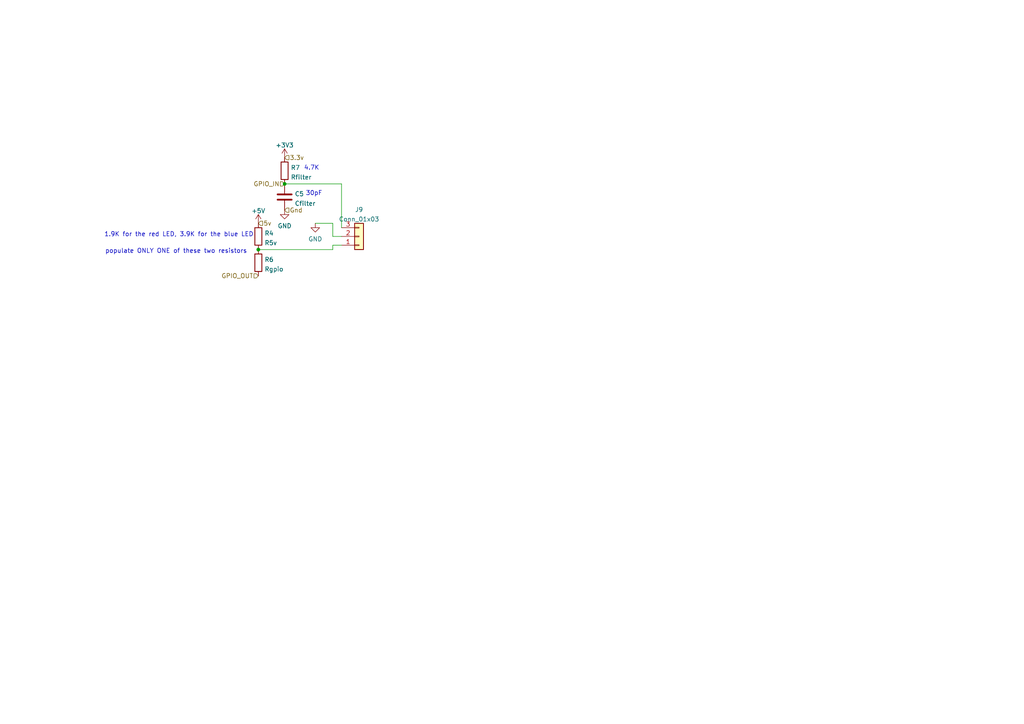
<source format=kicad_sch>
(kicad_sch (version 20211123) (generator eeschema)
  (paper "A4")
  (lib_symbols
    (symbol "Connector_Generic:Conn_01x03" (pin_names (offset 1.016) hide)
      (property "Reference" "J" (at 0 5.08 0))
      (property "Value" "Conn_01x03" (at 0 -5.08 0))
      (symbol "Conn_01x03_1_1"
        (rectangle (start -1.27 -2.413) (end 0 -2.667) (stroke (width 0.1524)))
        (rectangle (start -1.27 0.127) (end 0 -0.127) (stroke (width 0.1524)))
        (rectangle (start -1.27 2.667) (end 0 2.413) (stroke (width 0.1524)))
        (rectangle (start -1.27 3.81) (end 1.27 -3.81) (stroke (width 0.254)) (fill (type background)))
        (pin passive line (at -5.08 2.54 0) (length 3.81) (name "Pin_1") (number "1"))
        (pin passive line (at -5.08 0 0) (length 3.81) (name "Pin_2") (number "2"))
        (pin passive line (at -5.08 -2.54 0) (length 3.81) (name "Pin_3") (number "3"))
      )
    )
    (symbol "Device:C" (pin_numbers hide) (pin_names (offset 0.254))
      (property "Reference" "C" (at 0.635 2.54 0))
      (property "Value" "C" (at 0.635 -2.54 0))
      (symbol "C_0_1"
        (polyline (pts (xy -2.032 -0.762) (xy 2.032 -0.762)) (stroke (width 0.508)))
        (polyline (pts (xy -2.032 0.762) (xy 2.032 0.762)) (stroke (width 0.508)))
      )
      (symbol "C_1_1"
        (pin passive line (at 0 3.81 270) (length 2.794) (name "~") (number "1"))
        (pin passive line (at 0 -3.81 90) (length 2.794) (name "~") (number "2"))
      )
    )
    (symbol "Device:R" (pin_numbers hide) (pin_names (offset 0))
      (property "Reference" "R" (at 2.032 0 90))
      (property "Value" "R" (at 0 0 90))
      (symbol "R_0_1"
        (rectangle (start -1.016 -2.54) (end 1.016 2.54) (stroke (width 0.254)))
      )
      (symbol "R_1_1"
        (pin passive line (at 0 3.81 270) (length 1.27) (name "~") (number "1"))
        (pin passive line (at 0 -3.81 90) (length 1.27) (name "~") (number "2"))
      )
    )
    (symbol "power:+3.3V" (power) (pin_names (offset 0))
      (property "Value" "+3.3V" (at 0 3.556 0))
      (symbol "+3.3V_0_1"
        (polyline (pts (xy -0.762 1.27) (xy 0 2.54)))
        (polyline (pts (xy 0 0) (xy 0 2.54)))
        (polyline (pts (xy 0 2.54) (xy 0.762 1.27)))
      )
      (symbol "+3.3V_1_1"
        (pin power_in line (at 0 0 90) (length 0) hide (name "+3V3") (number "1"))
      )
    )
    (symbol "power:+5V" (power) (pin_names (offset 0))
      (property "Value" "+5V" (at 0 3.556 0))
      (symbol "+5V_0_1"
        (polyline (pts (xy -0.762 1.27) (xy 0 2.54)))
        (polyline (pts (xy 0 0) (xy 0 2.54)))
        (polyline (pts (xy 0 2.54) (xy 0.762 1.27)))
      )
      (symbol "+5V_1_1"
        (pin power_in line (at 0 0 90) (length 0) hide (name "+5V") (number "1"))
      )
    )
    (symbol "power:GND" (power) (pin_names (offset 0))
      (property "Value" "GND" (at 0 -3.81 0))
      (symbol "GND_0_1"
        (polyline (pts (xy 0 0) (xy 0 -1.27) (xy 1.27 -1.27) (xy 0 -2.54) (xy -1.27 -1.27) (xy 0 -1.27)))
      )
      (symbol "GND_1_1"
        (pin power_in line (at 0 0 270) (length 0) hide (name "GND") (number "1"))
      )
    )
  )
  (junction (at 74.93 72.39))
  (junction (at 82.55 53.34))
  (wire (pts (xy 96.52 64.77) (xy 91.44 64.77)))
  (wire (pts (xy 74.93 72.39) (xy 96.52 72.39)))
  (wire (pts (xy 99.06 66.04) (xy 99.06 53.34)))
  (wire (pts (xy 96.52 71.12) (xy 99.06 71.12)))
  (wire (pts (xy 96.52 72.39) (xy 96.52 71.12)))
  (wire (pts (xy 99.06 53.34) (xy 82.55 53.34)))
  (wire (pts (xy 99.06 68.58) (xy 96.52 68.58)))
  (wire (pts (xy 96.52 68.58) (xy 96.52 64.77)))
  (text "4.7K" (at 88.138 49.53 0) (effects (font (size 1.27 1.27)) (justify left bottom)))
  (text "1.9K for the red LED, 3.9K for the blue LED" (at 30.226 68.834 0) (effects (font (size 1.27 1.27)) (justify left bottom)))
  (text "30pF" (at 88.646 56.896 0) (effects (font (size 1.27 1.27)) (justify left bottom)))
  (text "populate ONLY ONE of these two resistors" (at 30.48 73.66 0) (effects (font (size 1.27 1.27)) (justify left bottom)))
  (hierarchical_label "GPIO_IN" (shape input) (at 82.55 53.34 180))
  (hierarchical_label "3.3v" (shape input) (at 82.55 45.72 0))
  (hierarchical_label "GPIO_OUT" (shape input) (at 74.93 80.01 180))
  (hierarchical_label "Gnd" (shape input) (at 82.55 60.96 0))
  (hierarchical_label "5v" (shape input) (at 74.93 64.77 0))
  (symbol (lib_id "power:GND") (at 82.55 60.96 0) (unit 1)
    (property "Reference" "#PWR0151" (effects hide))
    (property "Value" "GND" (at 82.55 65.5225 0))
  )
  (symbol (lib_id "Device:R") (at 74.93 68.58 0) (unit 1)
    (property "Reference" "R4" (at 76.708 67.6715 0) (effects (justify left)))
    (property "Value" "R5v" (at 76.708 70.4466 0) (effects (justify left)))
    (property "Footprint" "Resistor_SMD:R_0603_1608Metric" (effects hide))
  )
  (symbol (lib_id "Connector_Generic:Conn_01x03") (at 104.14 68.58 0) (mirror x) (unit 1)
    (property "Reference" "J9" (at 104.14 60.8035 0))
    (property "Value" "Conn_01x03" (at 104.14 63.5786 0))
    (property "Footprint" "Connector_JST:JST_PH_B3B-PH-SM4-TB_1x03-1MP_P2.00mm_Vertical" (effects hide))
  )
  (symbol (lib_id "power:GND") (at 91.44 64.77 0) (unit 1)
    (property "Reference" "#PWR0154" (effects hide))
    (property "Value" "GND" (at 91.44 69.3325 0))
  )
  (symbol (lib_id "power:+3.3V") (at 82.55 45.72 0) (unit 1)
    (property "Reference" "#PWR0153" (effects hide))
    (property "Value" "+3.3V" (at 82.55 42.1155 0))
  )
  (symbol (lib_id "Device:C") (at 82.55 57.15 0) (unit 1)
    (property "Reference" "C5" (at 85.471 56.2415 0) (effects (justify left)))
    (property "Value" "Cfilter" (at 85.471 59.0166 0) (effects (justify left)))
    (property "Footprint" "Capacitor_SMD:C_0603_1608Metric" (effects hide))
  )
  (symbol (lib_id "power:+5V") (at 74.93 64.77 0) (unit 1)
    (property "Reference" "#PWR0152" (effects hide))
    (property "Value" "+5V" (at 74.93 61.1655 0))
  )
  (symbol (lib_id "Device:R") (at 82.55 49.53 0) (unit 1)
    (property "Reference" "R7" (at 84.328 48.6215 0) (effects (justify left)))
    (property "Value" "Rfilter" (at 84.328 51.3966 0) (effects (justify left)))
    (property "Footprint" "Resistor_SMD:R_0603_1608Metric" (effects hide))
  )
  (symbol (lib_id "Device:R") (at 74.93 76.2 0) (unit 1)
    (property "Reference" "R6" (at 76.708 75.2915 0) (effects (justify left)))
    (property "Value" "Rgpio" (at 76.708 78.0666 0) (effects (justify left)))
    (property "Footprint" "Resistor_SMD:R_0603_1608Metric" (effects hide))
  )
)
</source>
